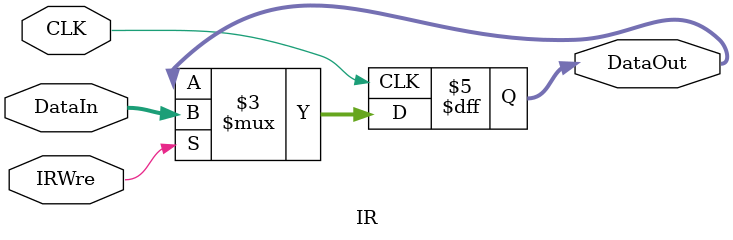
<source format=v>
`timescale 1ns / 1ps


module IR(
    input CLK,
    input IRWre,
    input[31:0] DataIn,
    output reg[31:0] DataOut
    );
    always@(negedge CLK)
        begin
            if(IRWre!=0)
                begin
                    DataOut<=DataIn;
                end
        end
endmodule

</source>
